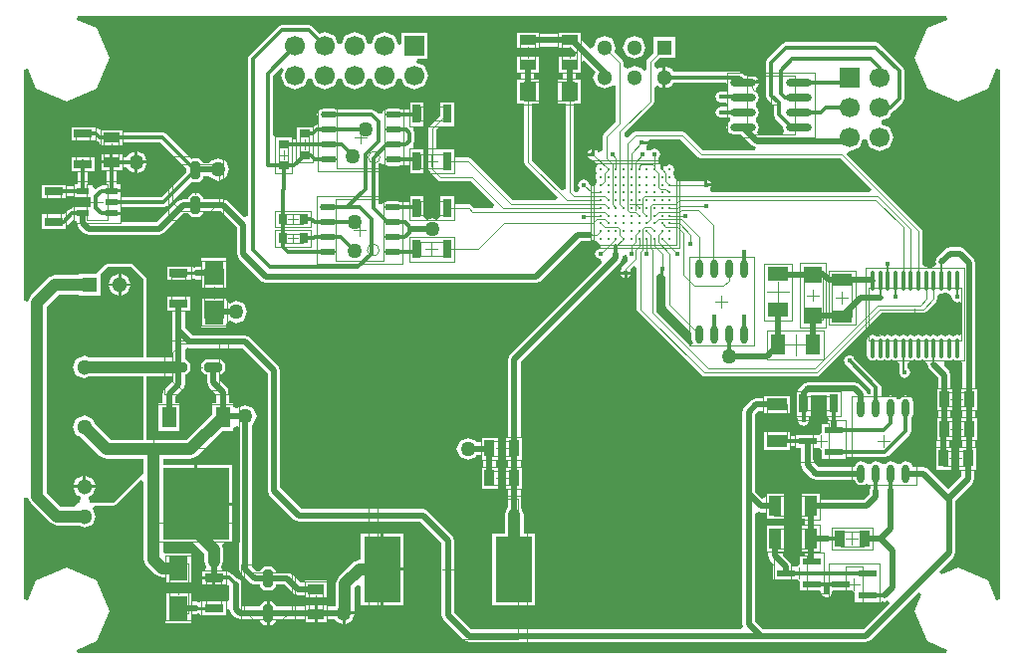
<source format=gtl>
G04 Layer_Physical_Order=1*
G04 Layer_Color=255*
%FSLAX42Y42*%
%MOMM*%
G71*
G01*
G75*
%ADD10R,1.10X0.60*%
%ADD11O,0.60X1.55*%
%ADD12R,1.75X1.00*%
%ADD13R,0.90X1.40*%
%ADD14R,1.00X1.75*%
%ADD15O,1.35X0.55*%
G04:AMPARAMS|DCode=16|XSize=0.8mm|YSize=1.5mm|CornerRadius=0mm|HoleSize=0mm|Usage=FLASHONLY|Rotation=90.000|XOffset=0mm|YOffset=0mm|HoleType=Round|Shape=Octagon|*
%AMOCTAGOND16*
4,1,8,-0.75,-0.20,-0.75,0.20,-0.55,0.40,0.55,0.40,0.75,0.20,0.75,-0.20,0.55,-0.40,-0.55,-0.40,-0.75,-0.20,0.0*
%
%ADD16OCTAGOND16*%

G04:AMPARAMS|DCode=17|XSize=0.8mm|YSize=1.5mm|CornerRadius=0mm|HoleSize=0mm|Usage=FLASHONLY|Rotation=180.000|XOffset=0mm|YOffset=0mm|HoleType=Round|Shape=Octagon|*
%AMOCTAGOND17*
4,1,8,0.20,-0.75,-0.20,-0.75,-0.40,-0.55,-0.40,0.55,-0.20,0.75,0.20,0.75,0.40,0.55,0.40,-0.55,0.20,-0.75,0.0*
%
%ADD17OCTAGOND17*%

%ADD18R,1.65X2.00*%
%ADD19O,0.40X1.70*%
%ADD20C,0.29*%
%ADD21R,3.10X5.60*%
%ADD22R,1.55X0.70*%
%ADD23R,0.70X1.55*%
%ADD24R,1.80X1.15*%
%ADD25R,1.15X1.80*%
%ADD26R,1.40X0.90*%
%ADD27R,0.90X0.80*%
%ADD28R,0.80X0.90*%
%ADD29R,1.55X0.60*%
%ADD30R,5.55X6.10*%
%ADD31R,1.30X1.80*%
%ADD32O,2.20X0.60*%
%ADD33R,1.65X1.45*%
%ADD34R,1.45X1.65*%
%ADD35C,0.30*%
%ADD36C,0.10*%
%ADD37C,0.50*%
%ADD38C,0.15*%
%ADD39C,1.00*%
%ADD40C,0.20*%
%ADD41C,0.25*%
%ADD42C,0.05*%
%ADD43R,1.30X1.30*%
%ADD44C,1.30*%
%ADD45C,1.70*%
%ADD46R,1.70X1.70*%
%ADD47R,1.70X1.70*%
%ADD48C,0.40*%
%ADD49C,1.27*%
G36*
X5770Y4267D02*
X5793Y4257D01*
X6974D01*
X7238Y3993D01*
X7226Y3965D01*
X5875D01*
X5868Y3995D01*
X5878Y4017D01*
X5834D01*
Y4030D01*
X5821D01*
Y4074D01*
X5799Y4065D01*
X5798Y4063D01*
X5587D01*
X5567Y4093D01*
X5568Y4095D01*
X5566Y4101D01*
X5556Y4128D01*
X5566Y4154D01*
X5568Y4160D01*
X5556Y4191D01*
X5525Y4203D01*
X5494Y4191D01*
X5491Y4191D01*
X5473Y4198D01*
Y4160D01*
X5447D01*
Y4209D01*
X5428Y4222D01*
Y4254D01*
X5430Y4255D01*
X5444Y4290D01*
X5430Y4325D01*
X5395Y4339D01*
X5360Y4325D01*
X5332Y4325D01*
X5331Y4325D01*
X5325Y4355D01*
X5334Y4377D01*
X5290D01*
Y4403D01*
X5343D01*
X5354Y4420D01*
X5617D01*
X5770Y4267D01*
D02*
G37*
G36*
X1446Y2643D02*
X1895D01*
X2107Y2431D01*
Y1430D01*
X2123Y1391D01*
X2334Y1180D01*
X2373Y1164D01*
X3406D01*
X3585Y985D01*
Y374D01*
X3601Y335D01*
X3780Y156D01*
X3819Y140D01*
X7195D01*
X7234Y156D01*
X7643Y565D01*
X7668Y549D01*
X7609Y408D01*
X7716Y149D01*
X7887Y78D01*
X7881Y49D01*
X494D01*
X488Y78D01*
X659Y149D01*
X766Y408D01*
X659Y666D01*
X400Y773D01*
X141Y666D01*
X71Y496D01*
X41Y502D01*
Y1368D01*
X71Y1374D01*
X92Y1324D01*
X262Y1154D01*
X320Y1130D01*
X511D01*
X550Y1113D01*
X619Y1142D01*
X648Y1211D01*
X622Y1274D01*
X635Y1304D01*
X800D01*
X800Y1304D01*
X819Y1312D01*
X819Y1312D01*
X1028Y1521D01*
X1056Y1509D01*
Y845D01*
X1080Y787D01*
X1154Y714D01*
X1211Y690D01*
X1242D01*
Y646D01*
X1458D01*
Y897D01*
X1242D01*
X1219Y914D01*
Y986D01*
X1480D01*
X1568Y897D01*
Y831D01*
X1589Y782D01*
X1575Y752D01*
X1547D01*
Y704D01*
X1650D01*
Y691D01*
X1663D01*
Y631D01*
X1753D01*
Y631D01*
X1781Y627D01*
X1782Y626D01*
Y495D01*
X1753Y492D01*
X1752Y492D01*
X1547D01*
Y492D01*
X1517Y479D01*
X1500Y486D01*
X1458D01*
Y557D01*
X1242D01*
Y306D01*
X1458D01*
Y377D01*
X1500D01*
X1517Y384D01*
X1547Y371D01*
Y371D01*
X1753D01*
Y420D01*
X1782Y422D01*
X1798Y384D01*
X1831Y350D01*
X1870Y334D01*
X2047D01*
Y321D01*
X2080Y288D01*
X2100D01*
Y389D01*
Y489D01*
X2080D01*
X2047Y456D01*
Y443D01*
X1893D01*
X1891Y445D01*
Y634D01*
X1875Y672D01*
X1849Y683D01*
X1810Y722D01*
X1779Y735D01*
X1753Y748D01*
Y752D01*
X1725D01*
X1711Y782D01*
X1732Y831D01*
Y931D01*
X1719Y961D01*
X1736Y986D01*
X1803D01*
Y1304D01*
X1500D01*
Y1316D01*
X1487D01*
Y1647D01*
X1219D01*
Y1700D01*
X1454D01*
X1512Y1724D01*
X1729Y1941D01*
X1819D01*
Y1966D01*
X1849Y1982D01*
X1863Y1972D01*
Y764D01*
X1879Y725D01*
X1959Y645D01*
X1998Y629D01*
X2047D01*
Y616D01*
X2080Y583D01*
X2145D01*
X2178Y616D01*
Y629D01*
X2251D01*
X2326Y554D01*
X2365Y538D01*
X2423D01*
Y522D01*
X2614D01*
Y663D01*
X2423D01*
Y647D01*
X2388D01*
X2312Y722D01*
X2274Y738D01*
X2178D01*
Y751D01*
X2145Y784D01*
X2080D01*
X2047Y751D01*
Y746D01*
X2017Y741D01*
X1972Y786D01*
Y1990D01*
X1986Y1996D01*
X2014Y2064D01*
X1986Y2132D01*
X1917Y2160D01*
X1849Y2132D01*
X1849Y2132D01*
X1819Y2138D01*
Y2172D01*
X1784D01*
Y2269D01*
X1768Y2307D01*
X1702Y2373D01*
Y2416D01*
X1715D01*
X1748Y2449D01*
Y2514D01*
X1715Y2547D01*
X1580D01*
X1547Y2514D01*
Y2449D01*
X1580Y2416D01*
X1593D01*
Y2350D01*
X1609Y2311D01*
X1674Y2246D01*
Y2172D01*
X1639D01*
Y2081D01*
X1420Y1863D01*
X1077D01*
Y2400D01*
X1298D01*
Y2356D01*
X1232Y2291D01*
X1216Y2252D01*
Y2172D01*
X1181D01*
Y1941D01*
X1361D01*
Y2172D01*
X1326D01*
Y2230D01*
X1391Y2295D01*
X1407Y2334D01*
Y2416D01*
X1420D01*
X1453Y2449D01*
Y2514D01*
X1420Y2547D01*
X1405D01*
Y2628D01*
X1435Y2648D01*
X1446Y2643D01*
D02*
G37*
G36*
X1050Y3231D02*
Y2563D01*
X589D01*
X550Y2579D01*
X481Y2550D01*
X452Y2481D01*
X481Y2412D01*
X550Y2383D01*
X589Y2400D01*
X1050D01*
Y1863D01*
X776D01*
X635Y2003D01*
X619Y2042D01*
X550Y2071D01*
X481Y2042D01*
X452Y1973D01*
X481Y1904D01*
X520Y1888D01*
X684Y1724D01*
X742Y1700D01*
X1050D01*
Y1581D01*
X800Y1331D01*
X593D01*
X583Y1381D01*
X619Y1396D01*
X643Y1453D01*
X550D01*
X457D01*
X481Y1396D01*
X517Y1381D01*
X507Y1331D01*
X500D01*
X462Y1293D01*
X354D01*
X232Y1415D01*
Y2997D01*
X334Y3100D01*
X506D01*
Y3091D01*
X686D01*
Y3272D01*
X746Y3331D01*
X950D01*
X1050Y3231D01*
D02*
G37*
G36*
X5473Y3265D02*
X5492Y3252D01*
Y3009D01*
X5502Y2986D01*
X5713Y2775D01*
Y2714D01*
X5726Y2683D01*
X5701Y2666D01*
X5412Y2955D01*
Y3255D01*
X5442Y3273D01*
X5447Y3271D01*
Y3315D01*
X5473D01*
Y3265D01*
D02*
G37*
G36*
X4893Y4991D02*
X4875Y4946D01*
X4903Y4877D01*
X4972Y4848D01*
X5042Y4877D01*
X5070Y4871D01*
Y4566D01*
X4965Y4462D01*
X4956Y4439D01*
Y4328D01*
X4926Y4308D01*
X4914Y4313D01*
X4910Y4325D01*
X4888Y4334D01*
Y4290D01*
X4875D01*
Y4277D01*
X4831D01*
X4840Y4255D01*
X4875Y4241D01*
X4877Y4242D01*
X4913Y4206D01*
X4909Y4191D01*
X4897Y4160D01*
X4899Y4154D01*
X4909Y4128D01*
X4899Y4101D01*
X4897Y4095D01*
X4909Y4064D01*
X4909Y4061D01*
X4897Y4030D01*
X4870Y4018D01*
X4843Y4030D01*
X4828Y4065D01*
X4794Y4079D01*
X4759Y4065D01*
X4745Y4030D01*
X4758Y3999D01*
X4745Y3970D01*
X4730Y3968D01*
X4707Y3990D01*
Y4720D01*
X4773D01*
Y4935D01*
X4729D01*
Y4983D01*
X4769D01*
Y5076D01*
X4797Y5087D01*
X4893Y4991D01*
D02*
G37*
G36*
X7887Y5437D02*
X7716Y5366D01*
X7609Y5108D01*
X7716Y4849D01*
X7975Y4742D01*
X8234Y4849D01*
X8304Y5019D01*
X8334Y5013D01*
Y502D01*
X8304Y496D01*
X8234Y666D01*
X7975Y773D01*
X7834Y715D01*
X7817Y740D01*
X7939Y861D01*
X7955Y900D01*
Y1345D01*
X8099Y1489D01*
X8115Y1527D01*
Y1611D01*
X8130D01*
Y1802D01*
X8125D01*
Y1862D01*
X8140D01*
Y2053D01*
X8125D01*
Y2112D01*
X8140D01*
Y2303D01*
X8125D01*
Y3370D01*
X8109Y3409D01*
X8031Y3486D01*
X7992Y3502D01*
X7907D01*
X7869Y3486D01*
X7798Y3415D01*
X7782Y3376D01*
X7789Y3358D01*
X7774Y3336D01*
X7768Y3331D01*
X7739Y3319D01*
X7706Y3333D01*
X7699Y3330D01*
X7674Y3347D01*
Y3636D01*
X7665Y3660D01*
X7031Y4293D01*
X7048Y4318D01*
X7053Y4317D01*
X7137Y4352D01*
X7164Y4416D01*
X7196D01*
X7222Y4354D01*
X7307Y4319D01*
X7391Y4354D01*
X7426Y4438D01*
X7391Y4522D01*
X7328Y4549D01*
Y4581D01*
X7391Y4608D01*
X7408Y4649D01*
X7437Y4661D01*
X7506Y4730D01*
X7506Y4730D01*
X7519Y4761D01*
X7519Y4761D01*
Y5005D01*
X7506Y5036D01*
X7506Y5036D01*
X7311Y5231D01*
X7280Y5244D01*
X7280Y5244D01*
X6516D01*
X6516Y5244D01*
X6485Y5231D01*
X6485Y5231D01*
X6355Y5101D01*
X6343Y5070D01*
X6343Y5070D01*
Y4794D01*
X6343Y4794D01*
X6355Y4763D01*
X6409Y4709D01*
Y4630D01*
X6409Y4630D01*
X6422Y4599D01*
X6490Y4531D01*
X6486Y4522D01*
X6500Y4488D01*
X6486Y4458D01*
X6289D01*
X6269Y4480D01*
X6286Y4522D01*
X6269Y4564D01*
X6257Y4569D01*
Y4602D01*
X6269Y4607D01*
X6286Y4649D01*
X6269Y4691D01*
X6257Y4696D01*
Y4729D01*
X6269Y4734D01*
X6286Y4776D01*
X6269Y4818D01*
X6257Y4823D01*
Y4856D01*
X6269Y4861D01*
X6281Y4890D01*
X6146D01*
Y4916D01*
X6281D01*
X6269Y4945D01*
X6226Y4963D01*
X6165D01*
X6151Y4977D01*
X6120Y4990D01*
X6120Y4990D01*
X5560D01*
X5550Y5015D01*
X5493Y5039D01*
Y4946D01*
Y4853D01*
X5550Y4877D01*
X5560Y4902D01*
X6007D01*
X6024Y4861D01*
X6017Y4831D01*
X6006Y4821D01*
X5977D01*
X5964Y4827D01*
X5929Y4812D01*
X5915Y4778D01*
X5929Y4743D01*
X5964Y4728D01*
X5977Y4734D01*
X6007D01*
X6019Y4704D01*
X6019Y4703D01*
X6007Y4693D01*
X5977D01*
X5964Y4698D01*
X5929Y4684D01*
X5915Y4649D01*
X5929Y4614D01*
X5964Y4600D01*
X5977Y4605D01*
X6027D01*
X6036Y4602D01*
Y4569D01*
X6024Y4564D01*
X6006Y4522D01*
X6024Y4480D01*
X6066Y4462D01*
X6129D01*
X6226Y4365D01*
X6256Y4353D01*
X6250Y4323D01*
X5807D01*
X5654Y4476D01*
X5631Y4485D01*
X5233D01*
X5209Y4476D01*
X5169Y4436D01*
X5141Y4447D01*
X5139Y4472D01*
X5386Y4719D01*
X5395Y4742D01*
Y4854D01*
X5425Y4871D01*
X5468Y4853D01*
Y4946D01*
Y5039D01*
X5425Y5021D01*
X5395Y5038D01*
Y5068D01*
X5437Y5110D01*
X5571D01*
Y5290D01*
X5390D01*
Y5156D01*
X5339Y5105D01*
X5330Y5082D01*
Y5012D01*
X5300Y5006D01*
X5296Y5015D01*
X5226Y5044D01*
X5165Y5019D01*
X5135Y5032D01*
Y5070D01*
X5126Y5093D01*
X5055Y5164D01*
X5070Y5200D01*
X5042Y5269D01*
X4972Y5298D01*
X4903Y5269D01*
X4876Y5204D01*
X4847Y5191D01*
X4769Y5269D01*
Y5334D01*
X4579D01*
Y5318D01*
X4412D01*
Y5334D01*
X4221D01*
Y5193D01*
X4412D01*
Y5209D01*
X4579D01*
Y5193D01*
X4691D01*
X4732Y5152D01*
X4721Y5124D01*
X4579D01*
Y4983D01*
X4619D01*
Y4935D01*
X4577D01*
Y4720D01*
X4641D01*
Y3995D01*
X4611Y3983D01*
X4353Y4241D01*
Y4720D01*
X4418D01*
Y4935D01*
X4374D01*
Y4983D01*
X4412D01*
Y5124D01*
X4221D01*
Y4983D01*
X4264D01*
Y4935D01*
X4222D01*
Y4720D01*
X4287D01*
Y4227D01*
X4297Y4204D01*
X4573Y3928D01*
X4561Y3900D01*
X4194D01*
X3836Y4258D01*
X3812Y4268D01*
X3693D01*
Y4338D01*
X3572D01*
Y4338D01*
X3543Y4340D01*
Y4499D01*
X3576Y4532D01*
X3693D01*
Y4738D01*
X3572D01*
Y4621D01*
X3487Y4536D01*
X3477Y4512D01*
Y4160D01*
X3487Y4137D01*
X3552Y4072D01*
X3575Y4062D01*
X3838D01*
X4037Y3863D01*
X4025Y3835D01*
X3865D01*
X3842Y3858D01*
X3819Y3868D01*
X3693D01*
Y3938D01*
X3572D01*
Y3756D01*
X3542Y3736D01*
X3504Y3752D01*
X3463Y3735D01*
X3433Y3755D01*
Y3938D01*
X3312D01*
Y3881D01*
X3238D01*
X3206Y3895D01*
X3126D01*
X3085Y3878D01*
X3080Y3866D01*
X3080Y3865D01*
X3050Y3871D01*
Y4213D01*
X3056Y4216D01*
X3093Y4205D01*
X3134Y4188D01*
X3214D01*
X3246Y4201D01*
X3312D01*
Y4132D01*
X3433D01*
Y4338D01*
X3353D01*
X3350Y4345D01*
X3346Y4373D01*
X3359Y4404D01*
X3359Y4404D01*
Y4469D01*
X3359Y4469D01*
X3346Y4500D01*
X3354Y4527D01*
X3356Y4532D01*
X3433D01*
Y4738D01*
X3312D01*
Y4670D01*
X3246D01*
X3214Y4683D01*
X3134D01*
X3093Y4666D01*
X3083Y4642D01*
X3049Y4634D01*
X3026Y4657D01*
X2995Y4670D01*
X2995Y4670D01*
X2696D01*
X2664Y4683D01*
X2584D01*
X2543Y4666D01*
X2526Y4626D01*
X2543Y4586D01*
X2543Y4553D01*
X2531Y4543D01*
X2529D01*
X2529Y4543D01*
X2518Y4538D01*
X2492Y4530D01*
X2492Y4530D01*
Y4530D01*
X2492Y4530D01*
X2351D01*
Y4419D01*
X2313D01*
Y4440D01*
X2172D01*
X2154Y4463D01*
Y4960D01*
X2218Y5025D01*
X2244Y5008D01*
X2222Y4956D01*
X2257Y4872D01*
X2342Y4837D01*
X2426Y4872D01*
X2453Y4935D01*
X2485D01*
X2511Y4872D01*
X2596Y4837D01*
X2680Y4872D01*
X2707Y4935D01*
X2739D01*
X2765Y4872D01*
X2850Y4837D01*
X2934Y4872D01*
X2961Y4935D01*
X2993D01*
X3019Y4872D01*
X3104Y4837D01*
X3188Y4872D01*
X3213Y4932D01*
X3246D01*
X3270Y4873D01*
X3355Y4838D01*
X3439Y4873D01*
X3474Y4957D01*
X3439Y5042D01*
X3371Y5070D01*
X3377Y5100D01*
X3468D01*
Y5321D01*
X3247D01*
Y5230D01*
X3217Y5224D01*
X3188Y5295D01*
X3104Y5330D01*
X3019Y5295D01*
X2993Y5231D01*
X2961D01*
X2934Y5295D01*
X2850Y5330D01*
X2765Y5295D01*
X2739Y5231D01*
X2707D01*
X2680Y5295D01*
X2596Y5330D01*
X2555Y5313D01*
X2491Y5377D01*
X2460Y5390D01*
X2460Y5390D01*
X2226D01*
X2195Y5377D01*
X2195Y5377D01*
X1952Y5133D01*
X1939Y5103D01*
X1939Y5102D01*
Y3768D01*
X1911Y3756D01*
X1770Y3897D01*
X1731Y3913D01*
X1562D01*
Y3926D01*
X1529Y3959D01*
X1464D01*
X1431Y3926D01*
Y3913D01*
X1389D01*
X1350Y3897D01*
X1164Y3711D01*
X876D01*
X858Y3733D01*
Y3776D01*
X778D01*
Y3801D01*
X858D01*
Y3840D01*
X1226D01*
X1226Y3840D01*
X1257Y3853D01*
X1461Y4056D01*
X1464Y4053D01*
X1529D01*
X1562Y4086D01*
Y4107D01*
X1611D01*
X1617Y4093D01*
X1685Y4065D01*
X1753Y4093D01*
X1781Y4161D01*
X1753Y4229D01*
X1685Y4257D01*
X1617Y4229D01*
X1611Y4216D01*
X1562D01*
Y4221D01*
X1529Y4254D01*
X1464D01*
X1461Y4251D01*
X1246Y4466D01*
X1215Y4479D01*
X1215Y4479D01*
X875D01*
Y4505D01*
X685D01*
X685Y4505D01*
Y4505D01*
X656Y4510D01*
X650Y4512D01*
X640Y4529D01*
X435D01*
Y4408D01*
X640D01*
X640Y4408D01*
X666Y4398D01*
X684Y4391D01*
X685Y4365D01*
X875D01*
Y4391D01*
X1197D01*
X1415Y4173D01*
Y4134D01*
X1208Y3927D01*
X858D01*
Y3966D01*
X778D01*
Y3991D01*
X858D01*
Y4034D01*
X824D01*
Y4155D01*
X875D01*
Y4181D01*
X913D01*
X923Y4157D01*
X979Y4134D01*
Y4225D01*
Y4316D01*
X923Y4293D01*
X913Y4269D01*
X875D01*
Y4295D01*
X793D01*
Y4225D01*
X780D01*
Y4212D01*
X685D01*
Y4155D01*
X736D01*
Y4034D01*
X697D01*
Y4022D01*
X696D01*
X665Y4010D01*
X645Y3998D01*
X618Y4011D01*
Y4034D01*
X581D01*
Y4148D01*
X640D01*
Y4269D01*
X546D01*
X538Y4272D01*
X529Y4269D01*
X435D01*
Y4148D01*
X494D01*
Y4034D01*
X457D01*
Y4022D01*
X390D01*
Y4039D01*
X185D01*
Y3918D01*
X390D01*
Y3935D01*
X457D01*
Y3923D01*
X606D01*
Y3844D01*
X457D01*
Y3844D01*
X434Y3827D01*
X417Y3820D01*
X417Y3820D01*
X376Y3779D01*
X185D01*
Y3658D01*
X390D01*
Y3680D01*
X408Y3688D01*
X453Y3732D01*
X483Y3726D01*
Y3704D01*
X499Y3665D01*
X546Y3618D01*
X585Y3602D01*
X1186D01*
X1225Y3618D01*
X1401Y3794D01*
X1431Y3791D01*
X1464Y3758D01*
X1529D01*
X1562Y3791D01*
Y3804D01*
X1709D01*
X1847Y3666D01*
Y3445D01*
X1863Y3406D01*
X2058Y3211D01*
X2096Y3195D01*
X4388D01*
X4426Y3211D01*
X4768Y3553D01*
X4842D01*
X4869Y3564D01*
X4905Y3554D01*
X4909Y3544D01*
X4922Y3539D01*
X4936Y3504D01*
X4929Y3489D01*
X4905Y3480D01*
X4891Y3445D01*
X4905Y3410D01*
X4936Y3398D01*
X4948Y3368D01*
X4165Y2585D01*
X4149Y2546D01*
Y1885D01*
X4133D01*
Y1695D01*
X4149D01*
Y1635D01*
X4133D01*
Y1445D01*
X4149D01*
Y1289D01*
X4146Y1288D01*
X4122Y1230D01*
Y1069D01*
X4019D01*
Y458D01*
X4379D01*
Y1069D01*
X4285D01*
Y1230D01*
X4261Y1288D01*
X4258Y1289D01*
Y1445D01*
X4274D01*
Y1635D01*
X4258D01*
Y1695D01*
X4274D01*
Y1885D01*
X4258D01*
Y2524D01*
X5109Y3374D01*
X5125Y3412D01*
Y3430D01*
X5155Y3436D01*
X5165Y3410D01*
X5171Y3383D01*
X5128Y3340D01*
X5119Y3318D01*
X5117Y3317D01*
X5107Y3295D01*
X5195D01*
X5190Y3308D01*
X5221Y3339D01*
X5248Y3328D01*
Y2974D01*
X5258Y2950D01*
X5794Y2414D01*
X5817Y2405D01*
X6776D01*
X6800Y2414D01*
X7326Y2941D01*
X7686D01*
X7710Y2950D01*
X7795Y3035D01*
X7804Y3059D01*
Y3091D01*
X7829Y3108D01*
X7836Y3105D01*
X7869Y3118D01*
X7901Y3105D01*
X7918Y3079D01*
X7917Y3077D01*
X7932Y3043D01*
X7966Y3028D01*
X7985Y3036D01*
X8015Y3018D01*
Y2768D01*
X7985Y2750D01*
X7966Y2758D01*
X7934Y2744D01*
X7901Y2758D01*
X7869Y2744D01*
X7836Y2758D01*
X7804Y2744D01*
X7771Y2758D01*
X7739Y2744D01*
X7706Y2758D01*
X7674Y2744D01*
X7641Y2758D01*
X7609Y2744D01*
X7576Y2758D01*
X7544Y2744D01*
X7511Y2758D01*
X7479Y2744D01*
X7446Y2758D01*
X7414Y2744D01*
X7381Y2758D01*
X7349Y2744D01*
X7316Y2758D01*
X7284Y2744D01*
X7251Y2758D01*
X7217Y2743D01*
X7202Y2709D01*
Y2579D01*
X7217Y2544D01*
X7251Y2530D01*
X7284Y2543D01*
X7316Y2530D01*
X7349Y2543D01*
X7381Y2530D01*
X7414Y2543D01*
X7446Y2530D01*
X7451Y2531D01*
X7476Y2515D01*
Y2450D01*
X7478Y2445D01*
X7475Y2438D01*
X7489Y2403D01*
X7524Y2388D01*
X7558Y2403D01*
X7573Y2438D01*
X7558Y2472D01*
X7547Y2477D01*
Y2515D01*
X7572Y2531D01*
X7576Y2530D01*
X7609Y2543D01*
X7641Y2530D01*
X7674Y2543D01*
X7697Y2533D01*
X7717Y2502D01*
X7733Y2464D01*
X7805Y2391D01*
Y2303D01*
X7790D01*
Y2112D01*
X7805D01*
Y2053D01*
X7790D01*
Y1862D01*
X7795D01*
Y1802D01*
X7780D01*
Y1611D01*
X7920D01*
Y1802D01*
X7905D01*
Y1862D01*
X7930D01*
Y2053D01*
X7915D01*
Y2112D01*
X7930D01*
Y2303D01*
X7915D01*
Y2414D01*
X7899Y2452D01*
X7858Y2493D01*
X7863Y2526D01*
X7884Y2537D01*
X7901Y2530D01*
X7934Y2543D01*
X7966Y2530D01*
X7985Y2538D01*
X8015Y2519D01*
Y2303D01*
X8000D01*
Y2112D01*
X8015D01*
Y2053D01*
X8000D01*
Y1862D01*
X8015D01*
Y1802D01*
X7990D01*
Y1611D01*
X8005D01*
Y1550D01*
X7897Y1442D01*
X7725Y1615D01*
X7686Y1631D01*
X7591D01*
X7577Y1666D01*
X7534Y1684D01*
X7492Y1666D01*
X7487Y1654D01*
X7455D01*
X7450Y1666D01*
X7407Y1684D01*
X7365Y1666D01*
X7360Y1654D01*
X7328D01*
X7323Y1666D01*
X7280Y1684D01*
X7238Y1666D01*
X7233Y1654D01*
X7201D01*
X7196Y1666D01*
X7153Y1684D01*
X7111Y1666D01*
X7096Y1631D01*
X6789D01*
X6751Y1669D01*
Y1796D01*
X6788D01*
X6799Y1796D01*
X6818Y1774D01*
Y1701D01*
X7024D01*
Y1713D01*
X7356D01*
X7356Y1713D01*
X7387Y1725D01*
X7565Y1903D01*
X7565Y1903D01*
X7578Y1934D01*
X7578Y1934D01*
Y2045D01*
X7594Y2084D01*
Y2179D01*
X7577Y2221D01*
X7534Y2239D01*
X7492Y2221D01*
X7487Y2209D01*
X7455D01*
X7450Y2221D01*
X7407Y2239D01*
X7365Y2221D01*
X7335Y2227D01*
X7324Y2238D01*
Y2307D01*
X7324Y2307D01*
X7311Y2338D01*
X7311Y2338D01*
X7093Y2557D01*
X7087Y2570D01*
X7053Y2584D01*
X7018Y2570D01*
X7003Y2535D01*
X7018Y2500D01*
X7031Y2495D01*
X7237Y2289D01*
Y2250D01*
X7208Y2247D01*
X7192Y2285D01*
X7139Y2339D01*
X7100Y2355D01*
X6700D01*
X6661Y2339D01*
X6624Y2301D01*
X6613Y2274D01*
X6601D01*
Y2068D01*
X6606D01*
X6617Y2038D01*
X6613Y2029D01*
X6628Y1994D01*
X6662Y1980D01*
X6697Y1994D01*
X6711Y2029D01*
X6707Y2038D01*
X6719Y2068D01*
X6722D01*
Y2244D01*
X6723Y2245D01*
X6861D01*
Y2068D01*
X6861D01*
X6874Y2038D01*
X6867Y2021D01*
Y2002D01*
X6818D01*
Y1929D01*
X6799Y1907D01*
X6788Y1907D01*
X6593D01*
Y1895D01*
X6547D01*
Y1929D01*
X6321D01*
Y1778D01*
X6547D01*
Y1808D01*
X6593D01*
Y1796D01*
X6642D01*
Y1646D01*
X6658Y1608D01*
X6728Y1538D01*
X6766Y1522D01*
X7096D01*
X7111Y1486D01*
X7153Y1469D01*
X7196Y1486D01*
X7226Y1481D01*
X7237Y1470D01*
Y1456D01*
X7226Y1430D01*
Y1403D01*
X7179Y1356D01*
X6803D01*
Y1414D01*
X6652D01*
Y1188D01*
X6673D01*
Y1138D01*
X6652D01*
Y912D01*
X6673D01*
Y880D01*
X6632D01*
Y807D01*
X6613Y785D01*
X6563D01*
X6549Y821D01*
X6488Y882D01*
X6493Y912D01*
X6493D01*
Y1138D01*
X6342D01*
Y912D01*
X6363D01*
Y875D01*
X6379Y836D01*
X6414Y802D01*
X6407Y785D01*
X6407D01*
Y675D01*
X6613D01*
X6632Y653D01*
Y580D01*
X6801D01*
X6808Y569D01*
X6823Y534D01*
X6857Y520D01*
X6892Y534D01*
X6907Y569D01*
X6914Y580D01*
X7072D01*
X7083Y580D01*
X7102Y558D01*
Y485D01*
X7308D01*
Y485D01*
X7338Y491D01*
X7353Y485D01*
X7375Y495D01*
X7392Y469D01*
X7172Y250D01*
X6323D01*
X6255Y318D01*
Y1233D01*
X6285Y1253D01*
X6299Y1247D01*
X6342D01*
Y1188D01*
X6493D01*
Y1414D01*
X6342D01*
Y1377D01*
X6312Y1365D01*
X6255Y1423D01*
Y2077D01*
X6286Y2109D01*
X6321D01*
Y2088D01*
X6547D01*
Y2239D01*
X6321D01*
Y2218D01*
X6264D01*
X6225Y2202D01*
X6161Y2139D01*
X6145Y2100D01*
Y1400D01*
Y295D01*
X6152Y280D01*
X6132Y250D01*
X3841D01*
X3695Y396D01*
Y1007D01*
X3679Y1046D01*
X3467Y1257D01*
X3429Y1273D01*
X2395D01*
X2216Y1453D01*
Y2454D01*
X2200Y2492D01*
X1956Y2736D01*
X1917Y2752D01*
X1469D01*
X1405Y2816D01*
Y2961D01*
X1453D01*
Y3082D01*
X1247D01*
Y2961D01*
X1295D01*
Y2798D01*
X1294Y2795D01*
X1295Y2792D01*
Y2563D01*
X1077D01*
Y3231D01*
X1069Y3251D01*
X1069Y3251D01*
X969Y3351D01*
X950Y3359D01*
X950Y3359D01*
X746D01*
X746Y3359D01*
X727Y3351D01*
X727Y3351D01*
X667Y3291D01*
X659Y3272D01*
X506D01*
Y3263D01*
X300D01*
X242Y3239D01*
X92Y3089D01*
X71Y3038D01*
X41Y3044D01*
Y5013D01*
X71Y5019D01*
X141Y4849D01*
X400Y4742D01*
X659Y4849D01*
X766Y5108D01*
X659Y5366D01*
X488Y5437D01*
X494Y5466D01*
X7881D01*
X7887Y5437D01*
D02*
G37*
%LPC*%
G36*
X5846Y4074D02*
Y4043D01*
X5878D01*
X5868Y4065D01*
X5846Y4074D01*
D02*
G37*
G36*
X2846Y376D02*
X2768D01*
Y298D01*
X2823Y321D01*
X2846Y376D01*
D02*
G37*
G36*
X1803Y1647D02*
X1513D01*
Y1329D01*
X1803D01*
Y1647D01*
D02*
G37*
G36*
X1637Y679D02*
X1547D01*
Y631D01*
X1637D01*
Y679D01*
D02*
G37*
G36*
X2145Y489D02*
X2125D01*
Y389D01*
Y288D01*
X2145D01*
X2178Y321D01*
Y334D01*
X2423D01*
Y312D01*
X2506D01*
Y383D01*
Y453D01*
X2423D01*
Y443D01*
X2178D01*
Y456D01*
X2145Y489D01*
D02*
G37*
G36*
X3261Y751D02*
X3094D01*
Y458D01*
X3261D01*
Y751D01*
D02*
G37*
G36*
X3068Y1069D02*
X2901D01*
Y845D01*
X2892D01*
X2835Y821D01*
X2709Y695D01*
X2685Y638D01*
Y451D01*
X2681Y443D01*
X2614D01*
Y453D01*
X2531D01*
Y383D01*
Y312D01*
X2614D01*
Y334D01*
X2681D01*
X2687Y321D01*
X2742Y298D01*
Y389D01*
X2755D01*
Y401D01*
X2848D01*
Y604D01*
X2873Y629D01*
X2901Y617D01*
Y458D01*
X3068D01*
Y764D01*
Y1069D01*
D02*
G37*
G36*
X3261D02*
X3094D01*
Y776D01*
X3261D01*
Y1069D01*
D02*
G37*
G36*
X563Y1558D02*
Y1478D01*
X643D01*
X619Y1534D01*
X563Y1558D01*
D02*
G37*
G36*
X537Y1558D02*
X481Y1534D01*
X457Y1478D01*
X537D01*
Y1558D01*
D02*
G37*
G36*
X837Y3169D02*
X757D01*
X781Y3112D01*
X837Y3089D01*
Y3169D01*
D02*
G37*
G36*
X863Y3274D02*
Y3194D01*
X943D01*
X919Y3250D01*
X863Y3274D01*
D02*
G37*
G36*
X837D02*
X781Y3250D01*
X757Y3194D01*
X837D01*
Y3274D01*
D02*
G37*
G36*
X943Y3169D02*
X863D01*
Y3089D01*
X919Y3112D01*
X943Y3169D01*
D02*
G37*
G36*
X4862Y4334D02*
X4840Y4325D01*
X4831Y4303D01*
X4862D01*
Y4334D01*
D02*
G37*
G36*
X4064Y1885D02*
X3923D01*
Y1841D01*
X3883D01*
X3877Y1854D01*
X3809Y1882D01*
X3741Y1854D01*
X3713Y1786D01*
X3741Y1718D01*
X3809Y1690D01*
X3877Y1718D01*
X3883Y1732D01*
X3923D01*
Y1695D01*
X3939D01*
Y1635D01*
X3923D01*
Y1445D01*
X4064D01*
Y1635D01*
X4048D01*
Y1695D01*
X4064D01*
Y1885D01*
D02*
G37*
G36*
X1758Y3067D02*
X1542D01*
Y2816D01*
X1758D01*
Y2854D01*
X1788Y2873D01*
X1839Y2853D01*
X1907Y2881D01*
X1935Y2949D01*
X1907Y3017D01*
X1839Y3045D01*
X1788Y3024D01*
X1758Y3043D01*
Y3067D01*
D02*
G37*
G36*
X767Y4295D02*
X685D01*
Y4238D01*
X767D01*
Y4295D01*
D02*
G37*
G36*
X1082Y4212D02*
X1004D01*
Y4134D01*
X1059Y4157D01*
X1082Y4212D01*
D02*
G37*
G36*
X5226Y5298D02*
X5157Y5269D01*
X5129Y5200D01*
X5157Y5131D01*
X5226Y5102D01*
X5296Y5131D01*
X5324Y5200D01*
X5296Y5269D01*
X5226Y5298D01*
D02*
G37*
G36*
X1004Y4316D02*
Y4238D01*
X1082D01*
X1059Y4293D01*
X1004Y4316D01*
D02*
G37*
G36*
X1758Y3407D02*
X1542D01*
Y3336D01*
X1500D01*
X1483Y3329D01*
X1453Y3342D01*
Y3342D01*
X1247D01*
Y3221D01*
X1453D01*
Y3221D01*
X1483Y3234D01*
X1500Y3227D01*
X1542D01*
Y3156D01*
X1758D01*
Y3407D01*
D02*
G37*
G36*
X5195Y3270D02*
X5164D01*
Y3239D01*
X5186Y3248D01*
X5195Y3270D01*
D02*
G37*
G36*
X5139D02*
X5107D01*
X5117Y3248D01*
X5139Y3239D01*
Y3270D01*
D02*
G37*
%LPD*%
D10*
X538Y3789D02*
D03*
Y3979D02*
D03*
X778D02*
D03*
Y3884D02*
D03*
Y3789D02*
D03*
D11*
X6154Y3316D02*
D03*
X6027D02*
D03*
X5900D02*
D03*
X5773D02*
D03*
X6154Y2761D02*
D03*
X6027D02*
D03*
X5900D02*
D03*
X5773D02*
D03*
X7534Y2131D02*
D03*
X7407D02*
D03*
X7280D02*
D03*
X7153D02*
D03*
X7534Y1576D02*
D03*
X7407D02*
D03*
X7280D02*
D03*
X7153D02*
D03*
D12*
X6434Y2164D02*
D03*
Y1854D02*
D03*
X6989Y3224D02*
D03*
Y2914D02*
D03*
D13*
X7860Y2207D02*
D03*
X8070D02*
D03*
X7860Y1957D02*
D03*
X8070D02*
D03*
X8060Y1706D02*
D03*
X7850D02*
D03*
X4204Y1540D02*
D03*
X3994D02*
D03*
X4204Y1790D02*
D03*
X3994D02*
D03*
X7181Y1021D02*
D03*
X6971D02*
D03*
D14*
X6418Y1301D02*
D03*
X6728D02*
D03*
Y1025D02*
D03*
X6418D02*
D03*
D15*
X3174Y4245D02*
D03*
Y4372D02*
D03*
Y4499D02*
D03*
Y4626D02*
D03*
X2624Y4245D02*
D03*
Y4372D02*
D03*
Y4499D02*
D03*
Y4626D02*
D03*
X3166Y3457D02*
D03*
Y3584D02*
D03*
Y3711D02*
D03*
Y3838D02*
D03*
X2616Y3457D02*
D03*
Y3584D02*
D03*
Y3711D02*
D03*
Y3838D02*
D03*
D16*
X1648Y2481D02*
D03*
X1352D02*
D03*
D17*
X2112Y684D02*
D03*
Y389D02*
D03*
X1496Y4154D02*
D03*
Y3859D02*
D03*
D18*
X1650Y2941D02*
D03*
Y3281D02*
D03*
X1350Y771D02*
D03*
Y431D02*
D03*
D19*
X7251Y2644D02*
D03*
X7316D02*
D03*
X7381D02*
D03*
X7446D02*
D03*
X7511D02*
D03*
X7576D02*
D03*
X7641D02*
D03*
X7706D02*
D03*
X7771D02*
D03*
X7836D02*
D03*
X7901D02*
D03*
X7966D02*
D03*
X7251Y3219D02*
D03*
X7316D02*
D03*
X7381D02*
D03*
X7446D02*
D03*
X7511D02*
D03*
X7576D02*
D03*
X7641D02*
D03*
X7706D02*
D03*
X7771D02*
D03*
X7836D02*
D03*
X7901D02*
D03*
X7966D02*
D03*
D20*
X4940Y4160D02*
D03*
X5005D02*
D03*
X5070D02*
D03*
X5135D02*
D03*
X5200D02*
D03*
X5265D02*
D03*
X5330D02*
D03*
X5395D02*
D03*
X5460D02*
D03*
X5525D02*
D03*
X4940Y4095D02*
D03*
X5005D02*
D03*
X5070D02*
D03*
X5135D02*
D03*
X5200D02*
D03*
X5265D02*
D03*
X5330D02*
D03*
X5395D02*
D03*
X5460D02*
D03*
X5525D02*
D03*
X4940Y4030D02*
D03*
X5005D02*
D03*
X5070D02*
D03*
X5135D02*
D03*
X5200D02*
D03*
X5265D02*
D03*
X5330D02*
D03*
X5395D02*
D03*
X5460D02*
D03*
X5525D02*
D03*
X4940Y3965D02*
D03*
X5005D02*
D03*
X5070D02*
D03*
X5135D02*
D03*
X5200D02*
D03*
X5265D02*
D03*
X5330D02*
D03*
X5395D02*
D03*
X5460D02*
D03*
X5525D02*
D03*
X4940Y3900D02*
D03*
X5005D02*
D03*
X5070D02*
D03*
X5135D02*
D03*
X5200D02*
D03*
X5265D02*
D03*
X5330D02*
D03*
X5395D02*
D03*
X5460D02*
D03*
X5525D02*
D03*
X4940Y3835D02*
D03*
X5005D02*
D03*
X5070D02*
D03*
X5135D02*
D03*
X5200D02*
D03*
X5265D02*
D03*
X5330D02*
D03*
X5395D02*
D03*
X5460D02*
D03*
X5525D02*
D03*
X4940Y3770D02*
D03*
X5005D02*
D03*
X5070D02*
D03*
X5135D02*
D03*
X5200D02*
D03*
X5265D02*
D03*
X5330D02*
D03*
X5395D02*
D03*
X5460D02*
D03*
X5525D02*
D03*
X4940Y3705D02*
D03*
X5005D02*
D03*
X5070D02*
D03*
X5135D02*
D03*
X5200D02*
D03*
X5265D02*
D03*
X5330D02*
D03*
X5395D02*
D03*
X5460D02*
D03*
X5525D02*
D03*
X4940Y3640D02*
D03*
X5005D02*
D03*
X5070D02*
D03*
X5135D02*
D03*
X5200D02*
D03*
X5265D02*
D03*
X5330D02*
D03*
X5395D02*
D03*
X5460D02*
D03*
X5525D02*
D03*
X4940Y3575D02*
D03*
X5005D02*
D03*
X5070D02*
D03*
X5135D02*
D03*
X5200D02*
D03*
X5265D02*
D03*
X5330D02*
D03*
X5395D02*
D03*
X5460D02*
D03*
X5525D02*
D03*
D21*
X3081Y764D02*
D03*
X4199D02*
D03*
D22*
X288Y3719D02*
D03*
Y3979D02*
D03*
X538Y4209D02*
D03*
Y4469D02*
D03*
X1350Y3021D02*
D03*
Y3281D02*
D03*
X1650Y431D02*
D03*
Y691D02*
D03*
D23*
X6921Y2171D02*
D03*
X6661D02*
D03*
X3633Y4635D02*
D03*
X3372D02*
D03*
X3633Y4235D02*
D03*
X3372D02*
D03*
X3633Y3835D02*
D03*
X3372D02*
D03*
X3633Y3485D02*
D03*
X3372D02*
D03*
D24*
X6445Y2971D02*
D03*
Y3271D02*
D03*
D25*
X6445Y2670D02*
D03*
X6745D02*
D03*
D26*
X2519Y383D02*
D03*
Y593D02*
D03*
X780Y4225D02*
D03*
Y4435D02*
D03*
X4317Y5054D02*
D03*
Y5264D02*
D03*
X4674Y5054D02*
D03*
Y5264D02*
D03*
D27*
X2421Y4285D02*
D03*
Y4465D02*
D03*
X2243Y4195D02*
D03*
Y4375D02*
D03*
D28*
X2234Y3739D02*
D03*
X2414D02*
D03*
X2234Y3576D02*
D03*
X2414D02*
D03*
D29*
X6510Y730D02*
D03*
X6735Y825D02*
D03*
Y635D02*
D03*
X6696Y1851D02*
D03*
X6921Y1946D02*
D03*
Y1756D02*
D03*
X6980Y635D02*
D03*
X7205Y730D02*
D03*
Y540D02*
D03*
D30*
X1500Y1316D02*
D03*
D31*
X1271Y2056D02*
D03*
X1729D02*
D03*
D32*
X6626Y4522D02*
D03*
Y4649D02*
D03*
Y4776D02*
D03*
Y4903D02*
D03*
X6146Y4522D02*
D03*
Y4649D02*
D03*
Y4776D02*
D03*
Y4903D02*
D03*
D33*
X6745Y3270D02*
D03*
Y2915D02*
D03*
D34*
X4675Y4827D02*
D03*
X4320D02*
D03*
D35*
X780Y4435D02*
X1215D01*
X1496Y4154D01*
X6120Y4946D02*
X6159Y4908D01*
X5481Y4946D02*
X6120D01*
X6154Y3316D02*
Y3458D01*
X6662Y2029D02*
Y2172D01*
X6156Y2760D02*
Y2909D01*
X7280Y2131D02*
Y2307D01*
X7053Y2535D02*
X7280Y2307D01*
X5964Y4778D02*
X6146D01*
X5964Y4649D02*
X6146D01*
X2626Y4501D02*
X2941D01*
X6857Y569D02*
Y635D01*
X6857Y635D01*
X5900Y2761D02*
Y2910D01*
X6031Y2576D02*
Y2758D01*
X3131Y3711D02*
X3166D01*
X3006Y3835D02*
X3131Y3711D01*
X3006Y3835D02*
Y4258D01*
X2990Y3445D02*
Y3738D01*
X2890Y3838D02*
X2990Y3738D01*
X2782Y3838D02*
X2890D01*
X2941Y3997D02*
Y4290D01*
X2782Y3838D02*
X2941Y3997D01*
X2616Y3838D02*
X2782D01*
X2876Y3331D02*
X2990Y3445D01*
X3006Y4258D02*
X3121Y4372D01*
X3174D01*
X3285Y4499D02*
X3315Y4469D01*
Y4404D02*
Y4469D01*
X3283Y4372D02*
X3315Y4404D01*
X3174Y4499D02*
X3285D01*
X3174Y4372D02*
X3283D01*
X3166Y3584D02*
X3275D01*
X3315Y3624D01*
Y3672D01*
X3277Y3711D02*
X3315Y3672D01*
X3166Y3711D02*
X3277D01*
X684Y4435D02*
X780D01*
X650Y4469D02*
X684Y4435D01*
X538Y4469D02*
X650D01*
X1226Y3884D02*
X1496Y4154D01*
X778Y3884D02*
X1226D01*
X5070Y3445D02*
Y3510D01*
X2460Y5346D02*
X2596Y5210D01*
X2226Y5346D02*
X2460D01*
X1983Y5103D02*
X2226Y5346D01*
X785Y4225D02*
X991D01*
X782Y4223D02*
X785Y4225D01*
X778Y3979D02*
X780Y3981D01*
Y4225D01*
X778Y3789D02*
X780Y3786D01*
X696Y3789D02*
X778D01*
X650Y3835D02*
X696Y3789D01*
X650Y3835D02*
Y3933D01*
X696Y3979D01*
X778D01*
X1779Y691D02*
X1836Y634D01*
X6857Y635D02*
X6980D01*
X6735D02*
X6857D01*
X2827Y4274D02*
Y4284D01*
X2740Y4372D02*
X2827Y4284D01*
X3055Y4404D02*
Y4566D01*
X2995Y4626D02*
X3055Y4566D01*
X2624Y4626D02*
X2995D01*
X2941Y4290D02*
X3055Y4404D01*
X2624Y4499D02*
X2626Y4501D01*
X2129Y3331D02*
X2876D01*
X1983Y3478D02*
X2129Y3331D01*
X1983Y3478D02*
Y5103D01*
X2244Y4196D02*
X2333D01*
X2244Y3995D02*
Y4196D01*
X2333D02*
X2421Y4285D01*
X2234Y3985D02*
X2244Y3995D01*
X2110Y4978D02*
X2342Y5210D01*
X2110Y4195D02*
Y4978D01*
Y4195D02*
X2243D01*
X6386Y4794D02*
Y5070D01*
Y4794D02*
X6452Y4728D01*
Y4630D02*
Y4728D01*
Y4630D02*
X6561Y4522D01*
X6735Y635D02*
X6735Y635D01*
X6434Y1854D02*
X6436Y1851D01*
X6696D01*
X6921Y1946D02*
X7346D01*
X6921Y2021D02*
Y2171D01*
X7407Y2007D02*
Y2131D01*
X7346Y1946D02*
X7407Y2007D01*
X6921Y1756D02*
X7356D01*
X7534Y1934D01*
Y2131D01*
X7407Y1435D02*
Y1576D01*
X7205Y540D02*
X7353D01*
X7205Y730D02*
X7205Y730D01*
X6510Y730D02*
X7205D01*
X7280Y1430D02*
Y1576D01*
X6871Y1021D02*
X6971D01*
X2616Y3711D02*
X2851D01*
X2616Y3584D02*
X2731D01*
X2844Y3471D01*
X2624Y4372D02*
X2740D01*
X2234Y3739D02*
Y3985D01*
X2421Y4285D02*
X2473D01*
X2513Y4245D01*
X2624D01*
X2281Y3457D02*
X2616D01*
X1650Y691D02*
X1779D01*
X2234Y3504D02*
Y3576D01*
Y3504D02*
X2281Y3457D01*
X2234Y3576D02*
Y3739D01*
X2414D02*
X2479D01*
X2507Y3711D01*
X2616D01*
X2510Y3584D02*
X2616D01*
X2502Y3576D02*
X2510Y3584D01*
X2414Y3576D02*
X2502D01*
X3166Y3838D02*
X3352D01*
X3361Y3457D02*
X3361Y3457D01*
X3166Y3457D02*
X3361D01*
X2421Y4465D02*
X2495D01*
X2529Y4499D01*
X2624D01*
X2243Y4375D02*
X2621D01*
X4204Y1790D02*
X4204Y1790D01*
X288Y3719D02*
X378D01*
X447Y3789D01*
X538D01*
X288Y3979D02*
X538D01*
Y4229D01*
X3352Y3838D02*
X3361Y3847D01*
X3379Y4626D02*
X3388Y4635D01*
X3174Y4626D02*
X3379D01*
X3174Y4245D02*
X3388D01*
X7015Y4903D02*
X7053Y4940D01*
X6626Y4903D02*
X7015D01*
X7308Y4940D02*
Y5025D01*
X7231Y5103D02*
X7308Y5025D01*
X6502Y4776D02*
X6626D01*
X6565Y5103D02*
X7231D01*
X6626Y4649D02*
X6810D01*
X6853Y4692D01*
X7053D01*
X7307D02*
X7406D01*
X7475Y4761D01*
Y5005D01*
X7280Y5200D02*
X7475Y5005D01*
X6516Y5200D02*
X7280D01*
X6468Y4810D02*
X6502Y4776D01*
X6468Y4810D02*
Y5005D01*
X6565Y5103D01*
X6386Y5070D02*
X6516Y5200D01*
X6561Y4522D02*
X6626D01*
D36*
X6988Y4290D02*
X7641Y3636D01*
X5793Y4290D02*
X6988D01*
X5631Y4453D02*
X5793Y4290D01*
X5233Y4453D02*
X5631D01*
X5167Y4388D02*
X5233Y4453D01*
X5525Y4030D02*
X5834D01*
X5314Y3933D02*
X7296D01*
X5395Y4160D02*
Y4290D01*
X5151Y3317D02*
X5235Y3400D01*
X5151Y3283D02*
Y3317D01*
X5235Y3400D02*
Y3480D01*
X5265Y3510D01*
X5395D02*
X5460Y3445D01*
Y3315D02*
Y3445D01*
X5428Y3542D02*
X5525Y3445D01*
Y3009D02*
Y3445D01*
Y3009D02*
X5773Y2761D01*
X4875Y4290D02*
X5005Y4160D01*
X4972Y4128D02*
X5005Y4160D01*
X4972Y4062D02*
Y4128D01*
X4940Y4030D02*
X4972Y4062D01*
X5038Y3867D02*
Y4209D01*
X4972Y3933D02*
X5005Y3900D01*
X4712Y3933D02*
X4972D01*
X5103Y3867D02*
X5135Y3835D01*
X5103Y3867D02*
Y4483D01*
X5167Y3819D02*
Y4388D01*
X5233Y3867D02*
Y4225D01*
Y3867D02*
X5265Y3835D01*
X5297Y3916D02*
X5314Y3933D01*
X5297Y3803D02*
Y3916D01*
X5200Y4300D02*
X5290Y4390D01*
X5200Y4160D02*
Y4300D01*
X5362Y4742D02*
Y5082D01*
X5103Y4483D02*
X5362Y4742D01*
X5103Y4553D02*
Y5070D01*
X4989Y4439D02*
X5103Y4553D01*
X4989Y4258D02*
Y4439D01*
X5200Y3445D02*
Y3510D01*
X4972Y5200D02*
X5103Y5070D01*
X5362Y5082D02*
X5481Y5200D01*
X7641Y3219D02*
Y3636D01*
X5233Y4225D02*
X5297Y4290D01*
X5265Y3835D02*
X5265D01*
X5167Y3819D02*
X5184Y3803D01*
X5038Y3867D02*
X5070Y3835D01*
X5184Y3803D02*
X5233D01*
X5265Y3770D01*
X5265D01*
X5233Y3608D02*
X5265Y3640D01*
X5233Y3542D02*
Y3608D01*
X5297Y3656D02*
X5314Y3672D01*
X5297Y3478D02*
Y3656D01*
X4989Y4258D02*
X5038Y4209D01*
Y4290D02*
X5070Y4258D01*
X4794Y4030D02*
X4859Y3965D01*
X4940D01*
X4674Y3971D02*
X4712Y3933D01*
X4674Y3971D02*
Y4829D01*
X4647Y3900D02*
X4940D01*
X4320Y4227D02*
X4647Y3900D01*
X4320Y4227D02*
Y4828D01*
X7511Y3219D02*
Y3669D01*
X7280Y3900D02*
X7511Y3669D01*
X5606Y3900D02*
X7280D01*
X7576Y3219D02*
Y3653D01*
X7296Y3933D02*
X7576Y3653D01*
X5297Y3803D02*
X5330Y3770D01*
X5297Y3803D02*
X5297D01*
X5330Y3705D02*
X5362Y3738D01*
X7686Y2974D02*
X7771Y3059D01*
X7312Y2974D02*
X7686D01*
X6776Y2438D02*
X7312Y2974D01*
X7654Y3006D02*
X7706Y3059D01*
X7296Y3006D02*
X7654D01*
X6760Y2470D02*
X7296Y3006D01*
X7706Y3059D02*
Y3219D01*
X7771Y3059D02*
Y3219D01*
X5817Y2438D02*
X6776D01*
X5281Y2974D02*
X5817Y2438D01*
X5850Y2470D02*
X6760D01*
X5281Y2974D02*
Y3461D01*
X5330Y3640D02*
X5362Y3608D01*
Y3494D02*
Y3608D01*
X5281Y3461D02*
X5297Y3478D01*
X5314Y3672D02*
X5362D01*
X5395Y3640D01*
X5395D01*
X5704Y3526D02*
Y3608D01*
X5606Y3705D02*
X5704Y3608D01*
X5525Y3705D02*
X5606D01*
X5590Y3672D02*
X5639Y3624D01*
Y3266D02*
Y3624D01*
Y3266D02*
X5736Y3169D01*
X5769Y3819D02*
X5899Y3689D01*
Y3316D02*
Y3689D01*
X5773Y3316D02*
Y3587D01*
X5622Y3738D02*
X5773Y3587D01*
X5428Y3738D02*
X5622D01*
X5395Y3705D02*
X5428Y3738D01*
X5492Y3672D02*
X5590D01*
X5460Y3705D02*
X5492Y3672D01*
X5460Y3705D02*
X5460D01*
X6027Y3216D02*
Y3316D01*
X5980Y3169D02*
X6027Y3216D01*
X5736Y3169D02*
X5980D01*
X5379Y2941D02*
X5850Y2470D01*
X3510Y4160D02*
Y4512D01*
X3633Y4635D01*
X5070Y3510D02*
X5135Y3575D01*
X4940Y3445D02*
X5070Y3575D01*
X4842Y3608D02*
X4842Y3608D01*
X4908D01*
X3812Y4235D02*
X4180Y3867D01*
X3851Y4095D02*
X4111Y3835D01*
X4940D01*
X3819Y3835D02*
X3851Y3803D01*
X3632Y3485D02*
X3900D01*
X4120Y3705D01*
X5574Y3867D02*
X5606Y3900D01*
X5379Y3867D02*
X5574D01*
X5606Y3851D02*
X5834D01*
X5590Y3835D02*
X5606Y3851D01*
X5525Y3835D02*
X5590D01*
X5362Y3851D02*
X5379Y3867D01*
X5362Y3738D02*
Y3851D01*
X5395Y3510D02*
Y3575D01*
X5428Y3542D02*
Y3608D01*
X5379Y2941D02*
Y3478D01*
X5362Y3494D02*
X5379Y3478D01*
X5265Y3510D02*
Y3575D01*
X5622Y3819D02*
X5769D01*
X5606Y3803D02*
X5622Y3819D01*
X5428Y3803D02*
X5606D01*
X5395Y3770D02*
X5428Y3803D01*
Y3608D02*
X5460Y3640D01*
Y3575D02*
X5590Y3445D01*
X4908Y3608D02*
X4940Y3640D01*
X4908Y3738D02*
X4972D01*
X4875Y3705D02*
X4908Y3738D01*
X4120Y3705D02*
X4875D01*
X4810Y3770D02*
X4940D01*
X4794Y3754D02*
X4810Y3770D01*
X3851Y3803D02*
X4972D01*
X4180Y3867D02*
X4972D01*
X5492Y3997D02*
X5525Y3965D01*
X5428Y4014D02*
Y4128D01*
X5395Y4160D02*
X5428Y4128D01*
X5444Y3997D02*
X5492D01*
X5428Y4014D02*
X5444Y3997D01*
X5460Y4160D02*
X5492Y4128D01*
Y4062D02*
Y4128D01*
Y4062D02*
X5525Y4030D01*
X5103Y3608D02*
Y3656D01*
X5086Y3672D02*
X5103Y3656D01*
X4972Y3672D02*
X5086D01*
X4940Y3705D02*
X4972Y3672D01*
X4940Y3705D02*
Y3705D01*
X5395Y4160D02*
Y4192D01*
X5379Y4209D02*
X5395Y4192D01*
X5281Y4209D02*
X5379D01*
X5265Y4192D02*
X5281Y4209D01*
X5265Y4160D02*
Y4192D01*
X5395Y4160D02*
X5395Y4160D01*
X5200Y3510D02*
X5200Y3510D01*
X5330Y3445D02*
Y3575D01*
X5525Y3770D02*
X5655D01*
X5525Y3770D02*
X5525Y3770D01*
X5265Y4160D02*
X5265Y4160D01*
X5070D02*
Y4258D01*
X5200Y3510D02*
X5233Y3542D01*
X4972Y3867D02*
X5005Y3835D01*
X3633Y3835D02*
X3819D01*
X3575Y4095D02*
X3851D01*
X3510Y4160D02*
X3575Y4095D01*
X3633Y4235D02*
X3812D01*
X4972Y3803D02*
X5005Y3770D01*
X5005D01*
X4972Y3738D02*
X5005Y3705D01*
X5395Y3575D02*
X5395Y3575D01*
X5460Y3640D02*
X5460D01*
X5330D02*
X5330D01*
X5460Y4160D02*
Y4160D01*
X5070Y3835D02*
Y3835D01*
X5265Y3640D02*
Y3640D01*
X5103Y3608D02*
X5135Y3575D01*
X3064Y4265D02*
G03*
X3064Y4265I-50J0D01*
G01*
X3056Y3477D02*
G03*
X3056Y3477I-50J0D01*
G01*
X7354Y2796D02*
G03*
X7354Y2796I-50J0D01*
G01*
X6326Y4872D02*
G03*
X6326Y4872I-50J0D01*
G01*
X570Y4035D02*
X745D01*
X570Y3733D02*
X745D01*
X570D02*
Y4035D01*
X745Y3733D02*
Y4035D01*
X6519Y1849D02*
Y2169D01*
X6349Y1849D02*
Y2169D01*
X6519D01*
X6349Y1849D02*
X6519D01*
X7865Y2270D02*
X8065D01*
X7865Y2145D02*
X8065D01*
X7865D02*
Y2270D01*
X8065Y2145D02*
Y2270D01*
X7865Y2020D02*
X8065D01*
X7865Y1895D02*
X8065D01*
X7865D02*
Y2020D01*
X8065Y1895D02*
Y2020D01*
X7855Y1644D02*
X8055D01*
X7855Y1769D02*
X8055D01*
Y1644D02*
Y1769D01*
X7855Y1644D02*
Y1769D01*
X6412Y1386D02*
X6732D01*
X6412Y1216D02*
X6732D01*
X6412D02*
Y1386D01*
X6732Y1216D02*
Y1386D01*
X3104Y4176D02*
Y4696D01*
X2694Y4176D02*
Y4696D01*
Y4176D02*
X3104D01*
X2694Y4696D02*
X3104D01*
X3096Y3387D02*
Y3907D01*
X2686Y3387D02*
Y3907D01*
Y3387D02*
X3096D01*
X2686Y3907D02*
X3096D01*
X1300Y2361D02*
Y2606D01*
X1375Y2681D01*
X1700D01*
X1380Y2281D02*
X1700D01*
X1300Y2361D02*
X1380Y2281D01*
X1700D02*
Y2681D01*
X1988Y336D02*
X2233D01*
X1912Y411D02*
X1988Y336D01*
X1912Y411D02*
Y736D01*
X2312Y416D02*
Y736D01*
X2233Y336D02*
X2312Y416D01*
X1912Y736D02*
X2312D01*
X1371Y3806D02*
X1616D01*
X1296Y3881D02*
X1371Y3806D01*
X1296Y3881D02*
Y4206D01*
X1696Y3886D02*
Y4206D01*
X1616Y3806D02*
X1696Y3886D01*
X1296Y4206D02*
X1696D01*
X1570Y2901D02*
Y3321D01*
X1730Y2901D02*
Y3321D01*
X1570Y2901D02*
X1730D01*
X1570Y3321D02*
X1730D01*
X1430Y391D02*
Y811D01*
X1270Y391D02*
Y811D01*
X1430D01*
X1270Y391D02*
X1430D01*
X7214Y2706D02*
X8004D01*
X7214Y3156D02*
X8004D01*
X7214Y2706D02*
Y3156D01*
X8004Y2706D02*
Y3156D01*
X4883Y3517D02*
Y4217D01*
X5583Y3517D02*
Y4217D01*
X4883D02*
X5583D01*
X4883Y3517D02*
X5583D01*
X3040Y164D02*
Y1364D01*
X4240Y164D02*
Y1364D01*
X3040D02*
X4240D01*
X3040Y164D02*
X4240D01*
X7074Y2909D02*
Y3229D01*
X6904Y2909D02*
Y3229D01*
X7074D01*
X6904Y2909D02*
X7074D01*
X6412Y940D02*
X6732D01*
X6412Y1110D02*
X6732D01*
Y940D02*
Y1110D01*
X6412Y940D02*
Y1110D01*
X228Y3749D02*
Y3949D01*
X348Y3749D02*
Y3949D01*
X228Y3749D02*
X348D01*
X228Y3949D02*
X348D01*
X478Y4239D02*
Y4439D01*
X598Y4239D02*
Y4439D01*
X478Y4239D02*
X598D01*
X478Y4439D02*
X598D01*
X6691Y2111D02*
X6891D01*
X6691Y2231D02*
X6891D01*
Y2111D02*
Y2231D01*
X6691Y2111D02*
Y2231D01*
X3403Y4575D02*
X3603D01*
X3403Y4695D02*
X3603D01*
Y4575D02*
Y4695D01*
X3403Y4575D02*
Y4695D01*
Y4175D02*
X3603D01*
X3403Y4295D02*
X3603D01*
Y4175D02*
Y4295D01*
X3403Y4175D02*
Y4295D01*
Y3775D02*
X3603D01*
X3403Y3895D02*
X3603D01*
Y3775D02*
Y3895D01*
X3403Y3775D02*
Y3895D01*
Y3425D02*
X3603D01*
X3403Y3545D02*
X3603D01*
Y3425D02*
Y3545D01*
X3403Y3425D02*
Y3545D01*
X1290Y3051D02*
Y3251D01*
X1410Y3051D02*
Y3251D01*
X1290Y3051D02*
X1410D01*
X1290Y3251D02*
X1410D01*
X1590Y461D02*
Y661D01*
X1710Y461D02*
Y661D01*
X1590Y461D02*
X1710D01*
X1590Y661D02*
X1710D01*
X2456Y388D02*
Y588D01*
X2581Y388D02*
Y588D01*
X2456Y388D02*
X2581D01*
X2456Y588D02*
X2581D01*
X3999Y1477D02*
X4199D01*
X3999Y1602D02*
X4199D01*
Y1477D02*
Y1602D01*
X3999Y1477D02*
Y1602D01*
Y1727D02*
X4199D01*
X3999Y1852D02*
X4199D01*
Y1727D02*
Y1852D01*
X3999Y1727D02*
Y1852D01*
X718Y4230D02*
Y4430D01*
X843Y4230D02*
Y4430D01*
X718Y4230D02*
X843D01*
X718Y4430D02*
X843D01*
X6976Y959D02*
X7176D01*
X6976Y1084D02*
X7176D01*
Y959D02*
Y1084D01*
X6976Y959D02*
Y1084D01*
X4254Y5059D02*
Y5259D01*
X4379Y5059D02*
Y5259D01*
X4254Y5059D02*
X4379D01*
X4254Y5259D02*
X4379D01*
X4612Y5059D02*
Y5259D01*
X4737Y5059D02*
Y5259D01*
X4612Y5059D02*
X4737D01*
X4612Y5259D02*
X4737D01*
X2381Y4295D02*
Y4455D01*
X2461Y4295D02*
Y4455D01*
X2381Y4295D02*
X2461D01*
X2381Y4455D02*
X2461D01*
X2203Y4205D02*
Y4365D01*
X2283Y4205D02*
Y4365D01*
X2203Y4205D02*
X2283D01*
X2203Y4365D02*
X2283D01*
X2244Y3779D02*
X2404D01*
X2244Y3699D02*
X2404D01*
X2244D02*
Y3779D01*
X2404Y3699D02*
Y3779D01*
X2244Y3616D02*
X2404D01*
X2244Y3536D02*
X2404D01*
X2244D02*
Y3616D01*
X2404Y3536D02*
Y3616D01*
X6553Y880D02*
X6693D01*
X6553Y580D02*
X6693D01*
X6553D02*
Y880D01*
X6693Y580D02*
Y880D01*
X6739Y2001D02*
X6879D01*
X6739Y1701D02*
X6879D01*
X6739D02*
Y2001D01*
X6879Y1701D02*
Y2001D01*
X7022Y785D02*
X7162D01*
X7022Y485D02*
X7162D01*
X7022D02*
Y785D01*
X7162Y485D02*
Y785D01*
X1162Y1156D02*
Y1791D01*
X1838Y1156D02*
Y1791D01*
X1162Y1156D02*
X1838D01*
X1162Y1791D02*
X1838D01*
X6186Y4462D02*
X6586D01*
X6186Y4962D02*
X6586D01*
Y4462D02*
Y4962D01*
X6186Y4462D02*
Y4962D01*
X6825Y2883D02*
Y3303D01*
X6665Y2883D02*
Y3303D01*
X6825D01*
X6665Y2883D02*
X6825D01*
X4288Y4747D02*
X4708D01*
X4288Y4907D02*
X4708D01*
Y4747D02*
Y4907D01*
X4288Y4747D02*
Y4907D01*
X657Y3834D02*
Y3934D01*
X607Y3884D02*
X707D01*
X5964Y2989D02*
Y3089D01*
X5914Y3039D02*
X6014D01*
X6384Y2009D02*
X6484D01*
X6434Y1959D02*
Y2059D01*
X7344Y1804D02*
Y1904D01*
X7294Y1854D02*
X7394D01*
X7965Y2157D02*
Y2257D01*
X7915Y2207D02*
X8015D01*
X7965Y1907D02*
Y2007D01*
X7915Y1957D02*
X8015D01*
X7955Y1656D02*
Y1756D01*
X7905Y1706D02*
X8005D01*
X6572Y1251D02*
Y1351D01*
X6522Y1301D02*
X6622D01*
X2849Y4435D02*
X2949D01*
X2899Y4385D02*
Y4485D01*
X2841Y3647D02*
X2941D01*
X2891Y3597D02*
Y3697D01*
X1500Y2431D02*
Y2531D01*
X1450Y2481D02*
X1550D01*
X2062Y536D02*
X2162D01*
X2112Y486D02*
Y586D01*
X1446Y4006D02*
X1546D01*
X1496Y3956D02*
Y4056D01*
X1600Y3111D02*
X1700D01*
X1650Y3061D02*
Y3161D01*
X1300Y601D02*
X1400D01*
X1350Y551D02*
Y651D01*
X7609Y2881D02*
Y2981D01*
X7559Y2931D02*
X7659D01*
X5183Y3867D02*
X5283D01*
X5233Y3817D02*
Y3917D01*
X3590Y764D02*
X3690D01*
X3640Y714D02*
Y814D01*
X6939Y3069D02*
X7039D01*
X6989Y3019D02*
Y3119D01*
X6572Y975D02*
Y1075D01*
X6522Y1025D02*
X6622D01*
X238Y3849D02*
X338D01*
X288Y3799D02*
Y3899D01*
X488Y4339D02*
X588D01*
X538Y4289D02*
Y4389D01*
X6791Y2121D02*
Y2221D01*
X6741Y2171D02*
X6841D01*
X3503Y4585D02*
Y4685D01*
X3453Y4635D02*
X3553D01*
X3503Y4185D02*
Y4285D01*
X3453Y4235D02*
X3553D01*
X3503Y3785D02*
Y3885D01*
X3453Y3835D02*
X3553D01*
X3503Y3435D02*
Y3535D01*
X3453Y3485D02*
X3553D01*
X1300Y3151D02*
X1400D01*
X1350Y3101D02*
Y3201D01*
X1600Y561D02*
X1700D01*
X1650Y511D02*
Y611D01*
X6325Y3361D02*
X6565D01*
X6325Y2881D02*
Y3361D01*
Y2881D02*
X6565D01*
Y3361D01*
X6355Y3121D02*
X6535D01*
X6445Y3031D02*
Y3211D01*
X6835Y2550D02*
Y2790D01*
X6355D02*
X6835D01*
X6355Y2550D02*
Y2790D01*
Y2550D02*
X6835D01*
X6595Y2580D02*
Y2760D01*
X6505Y2670D02*
X6685D01*
X2469Y488D02*
X2569D01*
X2519Y438D02*
Y538D01*
X4099Y1490D02*
Y1590D01*
X4049Y1540D02*
X4149D01*
X4099Y1740D02*
Y1840D01*
X4049Y1790D02*
X4149D01*
X730Y4330D02*
X830D01*
X780Y4280D02*
Y4380D01*
X7076Y971D02*
Y1071D01*
X7026Y1021D02*
X7126D01*
X4267Y5159D02*
X4367D01*
X4317Y5109D02*
Y5209D01*
X4624Y5159D02*
X4724D01*
X4674Y5109D02*
Y5209D01*
X2381Y4375D02*
X2461D01*
X2421Y4335D02*
Y4415D01*
X2203Y4285D02*
X2283D01*
X2243Y4245D02*
Y4325D01*
X2324Y3699D02*
Y3779D01*
X2284Y3739D02*
X2364D01*
X2324Y3536D02*
Y3616D01*
X2284Y3576D02*
X2364D01*
X6623Y680D02*
Y780D01*
X6573Y730D02*
X6673D01*
X6809Y1801D02*
Y1901D01*
X6759Y1851D02*
X6859D01*
X7093Y585D02*
Y685D01*
X7043Y635D02*
X7143D01*
X1450Y1581D02*
X1550D01*
X1500Y1531D02*
Y1631D01*
X6386Y4662D02*
Y4762D01*
X6336Y4712D02*
X6436D01*
X6695Y3092D02*
X6795D01*
X6745Y3042D02*
Y3142D01*
X4498Y4777D02*
Y4877D01*
X4448Y4827D02*
X4548D01*
D37*
X7686Y1576D02*
X7897Y1365D01*
X7534Y1576D02*
X7686D01*
X8060Y1527D02*
Y1706D01*
X7900Y1367D02*
X8060Y1527D01*
X7900Y900D02*
Y1367D01*
X7195Y195D02*
X7900Y900D01*
X6300Y195D02*
X7195D01*
X3819D02*
X6300D01*
X6200Y295D02*
X6300Y195D01*
X6200Y295D02*
Y1400D01*
Y2100D02*
X6264Y2164D01*
X6434D01*
X6200Y1400D02*
Y2100D01*
Y1400D02*
X6299Y1301D01*
X6418D01*
X7860Y2208D02*
Y2414D01*
X7771Y2502D02*
X7860Y2414D01*
X7850Y1706D02*
Y1948D01*
X7860Y1958D01*
X7860Y1958D01*
Y2208D01*
X6700Y2300D02*
X7100D01*
X6662Y2262D02*
X6700Y2300D01*
X6662Y2172D02*
Y2262D01*
X6661Y2171D02*
X6662Y2172D01*
X7100Y2300D02*
X7153Y2247D01*
Y2131D02*
Y2247D01*
X6031Y2576D02*
X6351D01*
X6445Y2670D01*
X6445Y2670D01*
Y2971D01*
X4972Y4946D02*
Y4989D01*
X4697Y5264D02*
X4972Y4989D01*
X4674Y5264D02*
X4697D01*
X4317Y5264D02*
X4317Y5264D01*
X4674D01*
X7146Y3071D02*
X7316D01*
X6989Y2914D02*
X7146Y3071D01*
X7992Y3448D02*
X8070Y3370D01*
X7907Y3448D02*
X7992D01*
X7836Y3376D02*
X7907Y3448D01*
X7020Y4404D02*
X7053Y4436D01*
X6265Y4404D02*
X7020D01*
X6146Y4522D02*
X6265Y4404D01*
X3809Y1786D02*
X3990D01*
X3994Y1540D02*
X3994Y1540D01*
Y1790D01*
X1998Y684D02*
X2113D01*
X1917Y764D02*
X1998Y684D01*
X1917Y764D02*
Y2064D01*
X2365Y593D02*
X2519D01*
X2274Y684D02*
X2365Y593D01*
X2113Y684D02*
X2274D01*
X3322Y3656D02*
X3504D01*
X1504Y4161D02*
X1685D01*
X1658Y2949D02*
X1839D01*
X1648Y2350D02*
Y2481D01*
Y2350D02*
X1729Y2269D01*
Y2056D02*
Y2269D01*
X1736Y2064D02*
X1917D01*
X1729Y2056D02*
X1736Y2064D01*
X5070Y3412D02*
Y3445D01*
X4204Y2546D02*
X5070Y3412D01*
X4204Y1790D02*
Y2546D01*
X4204Y1230D02*
Y1540D01*
X4388Y3250D02*
X4745Y3608D01*
X4842D01*
X2096Y3250D02*
X4388D01*
X1901Y3445D02*
X2096Y3250D01*
X1901Y3445D02*
Y3689D01*
X1731Y3859D02*
X1901Y3689D01*
X4319Y4829D02*
Y5054D01*
X1389Y3859D02*
X1496D01*
X1186Y3656D02*
X1389Y3859D01*
X585Y3656D02*
X1186D01*
X538Y3704D02*
X585Y3656D01*
X538Y3704D02*
Y3789D01*
X1496Y3859D02*
X1731D01*
X2116Y389D02*
X2755D01*
X2373Y1219D02*
X3429D01*
X2161Y1430D02*
X2373Y1219D01*
X2161Y1430D02*
Y2454D01*
X3429Y1219D02*
X3640Y1007D01*
Y374D02*
Y1007D01*
Y374D02*
X3819Y195D01*
X4204Y1540D02*
Y1790D01*
X1870Y389D02*
X2113D01*
X1836Y422D02*
X1870Y389D01*
X1836Y422D02*
Y634D01*
X1350Y2794D02*
Y3021D01*
Y2484D02*
Y2794D01*
X1446Y2698D01*
X1349Y2795D02*
X1350Y2794D01*
X1917Y2698D02*
X2161Y2454D01*
X1446Y2698D02*
X1917D01*
X6728Y833D02*
X6735Y825D01*
X6728Y833D02*
Y1025D01*
X6727Y1025D02*
X6728Y1025D01*
X6727Y1025D02*
Y1301D01*
X1350Y2484D02*
X1352Y2481D01*
X6882Y3224D02*
X6989D01*
X6836Y3270D02*
X6882Y3224D01*
X6745Y3270D02*
X6836D01*
X8070Y2208D02*
Y3370D01*
X4674Y4829D02*
Y5054D01*
X8070Y1958D02*
Y2208D01*
X6921Y1946D02*
Y2021D01*
X6510Y730D02*
Y782D01*
X6417Y875D02*
X6510Y782D01*
X6417Y875D02*
Y1025D01*
X7407Y1107D02*
Y1435D01*
X7321Y1021D02*
X7407Y1107D01*
X7280Y1380D02*
Y1430D01*
X7201Y1301D02*
X7280Y1380D01*
X6727Y1301D02*
X7201D01*
X6766Y1576D02*
X7153D01*
X6696Y1646D02*
X6766Y1576D01*
X6696Y1646D02*
Y1851D01*
X7181Y1021D02*
X7321D01*
X7421Y921D01*
Y609D02*
Y921D01*
X7353Y540D02*
X7421Y609D01*
X6728Y1025D02*
X6731Y1021D01*
X6871D01*
X1650Y691D02*
Y831D01*
X6745Y2670D02*
X6745Y2670D01*
Y2915D01*
X6988D02*
X6989Y2914D01*
X6745Y2915D02*
X6988D01*
X6989Y3224D02*
X7246D01*
X7251Y3219D01*
X1500Y3281D02*
X1650D01*
X1271Y2056D02*
Y2252D01*
X1353Y2334D01*
Y2481D01*
X1350Y431D02*
X1500D01*
X6445Y3270D02*
X6745D01*
X8070Y1716D02*
Y1958D01*
X8060Y1706D02*
X8070Y1716D01*
D38*
X7381Y3219D02*
Y3360D01*
X7446Y3077D02*
Y3219D01*
X7966Y3077D02*
Y3219D01*
X7316Y3071D02*
Y3219D01*
X7771Y2502D02*
Y2644D01*
X7511Y2450D02*
Y2644D01*
Y2450D02*
X7524Y2438D01*
X7836Y3219D02*
Y3376D01*
X5005Y3705D02*
X5005D01*
X5005Y3900D02*
X5005D01*
D39*
X1211Y771D02*
X1350D01*
X1138Y845D02*
X1211Y771D01*
X1138Y845D02*
Y1781D01*
X1454D01*
X742D02*
X1138D01*
X4199Y764D02*
X4204Y769D01*
Y1230D01*
X2892Y764D02*
X3081D01*
X2766Y638D02*
X2892Y764D01*
X2766Y400D02*
Y638D01*
X1352Y2481D02*
X1353Y2481D01*
X550Y2481D02*
X1352D01*
X1454Y1781D02*
X1729Y2056D01*
X550Y1973D02*
X742Y1781D01*
X1650Y831D02*
Y931D01*
X1500Y1081D02*
X1650Y931D01*
X1500Y1081D02*
Y1316D01*
X150Y1381D02*
X320Y1211D01*
X550D01*
X150Y1381D02*
Y3031D01*
X300Y3181D01*
X596D01*
D40*
X2621Y4375D02*
X2624Y4372D01*
D41*
X1350Y3281D02*
X1500D01*
X1500Y431D02*
X1650D01*
D42*
X457Y4059D02*
X857D01*
X457Y3709D02*
X857D01*
X457D02*
Y4059D01*
X857Y3709D02*
Y4059D01*
X5689Y3416D02*
X6239D01*
X5689Y2661D02*
X6239D01*
Y3416D01*
X5689Y2661D02*
Y3416D01*
X6549Y1779D02*
Y2239D01*
X6319Y1779D02*
Y2239D01*
X6549D01*
X6319Y1779D02*
X6549D01*
X7069Y2231D02*
X7619D01*
X7069Y1476D02*
X7619D01*
Y2231D01*
X7069Y1476D02*
Y2231D01*
X7790Y2302D02*
X8140D01*
X7790Y2112D02*
X8140D01*
X7790D02*
Y2302D01*
X8140Y2112D02*
Y2302D01*
X7790Y2052D02*
X8140D01*
X7790Y1862D02*
X8140D01*
X7790D02*
Y2052D01*
X8140Y1862D02*
Y2052D01*
X7780Y1611D02*
X8130D01*
X7780Y1801D02*
X8130D01*
Y1611D02*
Y1801D01*
X7780Y1611D02*
Y1801D01*
X6342Y1416D02*
X6803D01*
X6342Y1186D02*
X6803D01*
X6342D02*
Y1416D01*
X6803Y1186D02*
Y1416D01*
X3264Y4151D02*
Y4721D01*
X2534Y4151D02*
Y4721D01*
Y4151D02*
X3264D01*
X2534Y4721D02*
X3264D01*
X3256Y3362D02*
Y3932D01*
X2526Y3362D02*
Y3932D01*
Y3362D02*
X3256D01*
X2526Y3932D02*
X3256D01*
X1230Y2251D02*
X1770D01*
X1230Y2711D02*
X1770D01*
Y2251D02*
Y2711D01*
X1230Y2251D02*
Y2711D01*
X2342Y266D02*
Y806D01*
X1883Y266D02*
Y806D01*
X2342D01*
X1883Y266D02*
X2342D01*
X1726Y3736D02*
Y4276D01*
X1266Y3736D02*
Y4276D01*
X1726D01*
X1266Y3736D02*
X1726D01*
X1760Y2836D02*
Y3386D01*
X1540Y2836D02*
X1760D01*
X1540D02*
Y3386D01*
X1760D01*
X1240Y326D02*
Y876D01*
X1460D01*
Y326D02*
Y876D01*
X1240Y326D02*
X1460D01*
X7189Y2536D02*
X8029D01*
X7189Y3326D02*
X8029D01*
X7189Y2536D02*
Y3326D01*
X8029Y2536D02*
Y3326D01*
X4858Y3492D02*
Y4242D01*
X5608Y3492D02*
Y4242D01*
X4858D02*
X5608D01*
X4858Y3492D02*
X5608D01*
X2965Y139D02*
Y1389D01*
X4315Y139D02*
Y1389D01*
X2965D02*
X4315D01*
X2965Y139D02*
X4315D01*
X7104Y2839D02*
Y3299D01*
X6874Y2839D02*
Y3299D01*
X7104D01*
X6874Y2839D02*
X7104D01*
X6342Y910D02*
X6803D01*
X6342Y1140D02*
X6803D01*
Y910D02*
Y1140D01*
X6342Y910D02*
Y1140D01*
X183Y3659D02*
Y4039D01*
X393Y3659D02*
Y4039D01*
X183Y3659D02*
X393D01*
X183Y4039D02*
X393D01*
X433Y4149D02*
Y4529D01*
X643Y4149D02*
Y4529D01*
X433Y4149D02*
X643D01*
X433Y4529D02*
X643D01*
X6601Y2066D02*
X6981D01*
X6601Y2276D02*
X6981D01*
Y2066D02*
Y2276D01*
X6601Y2066D02*
Y2276D01*
X3312Y4530D02*
X3692D01*
X3312Y4740D02*
X3692D01*
Y4530D02*
Y4740D01*
X3312Y4530D02*
Y4740D01*
Y4130D02*
X3692D01*
X3312Y4340D02*
X3692D01*
Y4130D02*
Y4340D01*
X3312Y4130D02*
Y4340D01*
Y3730D02*
X3692D01*
X3312Y3940D02*
X3692D01*
Y3730D02*
Y3940D01*
X3312Y3730D02*
Y3940D01*
Y3380D02*
X3692D01*
X3312Y3590D02*
X3692D01*
Y3380D02*
Y3590D01*
X3312Y3380D02*
Y3590D01*
X1245Y2961D02*
Y3341D01*
X1455Y2961D02*
Y3341D01*
X1245Y2961D02*
X1455D01*
X1245Y3341D02*
X1455D01*
X1545Y371D02*
Y751D01*
X1755Y371D02*
Y751D01*
X1545Y371D02*
X1755D01*
X1545Y751D02*
X1755D01*
X2424Y312D02*
Y662D01*
X2614Y312D02*
Y662D01*
X2424Y312D02*
X2614D01*
X2424Y662D02*
X2614D01*
X3924Y1445D02*
X4274D01*
X3924Y1635D02*
X4274D01*
Y1445D02*
Y1635D01*
X3924Y1445D02*
Y1635D01*
Y1695D02*
X4274D01*
X3924Y1885D02*
X4274D01*
Y1695D02*
Y1885D01*
X3924Y1695D02*
Y1885D01*
X685Y4155D02*
Y4505D01*
X875Y4155D02*
Y4505D01*
X685Y4155D02*
X875D01*
X685Y4505D02*
X875D01*
X6901Y926D02*
X7251D01*
X6901Y1116D02*
X7251D01*
Y926D02*
Y1116D01*
X6901Y926D02*
Y1116D01*
X4222Y4984D02*
Y5334D01*
X4412Y4984D02*
Y5334D01*
X4222Y4984D02*
X4412D01*
X4222Y5334D02*
X4412D01*
X4579Y4984D02*
Y5334D01*
X4769Y4984D02*
Y5334D01*
X4579Y4984D02*
X4769D01*
X4579Y5334D02*
X4769D01*
X2351Y4220D02*
Y4530D01*
X2491Y4220D02*
Y4530D01*
X2351Y4220D02*
X2491D01*
X2351Y4530D02*
X2491D01*
X2173Y4130D02*
Y4440D01*
X2313Y4130D02*
Y4440D01*
X2173Y4130D02*
X2313D01*
X2173Y4440D02*
X2313D01*
X2169Y3809D02*
X2479D01*
X2169Y3669D02*
X2479D01*
X2169D02*
Y3809D01*
X2479Y3669D02*
Y3809D01*
X2169Y3646D02*
X2479D01*
X2169Y3506D02*
X2479D01*
X2169D02*
Y3646D01*
X2479Y3506D02*
Y3646D01*
X6408Y905D02*
X6838D01*
X6408Y555D02*
X6838D01*
X6408D02*
Y905D01*
X6838Y555D02*
Y905D01*
X6594Y2026D02*
X7024D01*
X6594Y1676D02*
X7024D01*
X6594D02*
Y2026D01*
X7024Y1676D02*
Y2026D01*
X6878Y810D02*
X7307D01*
X6878Y460D02*
X7307D01*
X6878D02*
Y810D01*
X7307Y460D02*
Y810D01*
X1138Y994D02*
Y2169D01*
X1862Y994D02*
Y2169D01*
X1138Y994D02*
X1862D01*
X1138Y2169D02*
X1862D01*
X6011Y4438D02*
X6761D01*
X6011Y4988D02*
X6761D01*
Y4438D02*
Y4988D01*
X6011Y4438D02*
Y4988D01*
X6635Y2817D02*
Y3367D01*
X6855D01*
Y2817D02*
Y3367D01*
X6635Y2817D02*
X6855D01*
X4223Y4937D02*
X4773D01*
Y4717D02*
Y4937D01*
X4223Y4717D02*
X4773D01*
X4223D02*
Y4937D01*
D43*
X596Y3181D02*
D03*
X5481Y5200D02*
D03*
D44*
X850Y3181D02*
D03*
X4972Y5200D02*
D03*
Y4946D02*
D03*
X5481D02*
D03*
X5226Y5200D02*
D03*
Y4946D02*
D03*
X550Y2481D02*
D03*
Y1973D02*
D03*
Y1465D02*
D03*
Y1211D02*
D03*
D45*
X7053Y4436D02*
D03*
X7307Y4438D02*
D03*
X7053Y4692D02*
D03*
X7307D02*
D03*
X7308Y4940D02*
D03*
X2342Y5210D02*
D03*
Y4956D02*
D03*
X2596Y5210D02*
D03*
Y4956D02*
D03*
X2850Y5210D02*
D03*
Y4956D02*
D03*
X3104Y5210D02*
D03*
Y4956D02*
D03*
X3355Y4957D02*
D03*
D46*
X7053Y4940D02*
D03*
D47*
X3358Y5210D02*
D03*
D48*
X5834Y4030D02*
D03*
X5395Y4290D02*
D03*
X5151Y3283D02*
D03*
X5460Y3315D02*
D03*
X5834Y3851D02*
D03*
X4875Y4290D02*
D03*
X5290Y4390D02*
D03*
X5200Y3445D02*
D03*
X7836Y3376D02*
D03*
X6154Y3458D02*
D03*
X6156Y2909D02*
D03*
X7053Y2535D02*
D03*
X6662Y2029D02*
D03*
X5964Y4649D02*
D03*
Y4778D02*
D03*
X5297Y4290D02*
D03*
X5038D02*
D03*
X4794Y4030D02*
D03*
X7381Y3360D02*
D03*
X7446Y3077D02*
D03*
X7966D02*
D03*
X7771Y2502D02*
D03*
X6857Y569D02*
D03*
X7524Y2438D02*
D03*
X5900Y2910D02*
D03*
X5704Y3526D02*
D03*
X4940Y3445D02*
D03*
X5590Y3445D02*
D03*
X4794Y3754D02*
D03*
X5330Y3445D02*
D03*
X5655Y3770D02*
D03*
D49*
X2941Y4501D02*
D03*
X6031Y2576D02*
D03*
X3809Y1786D02*
D03*
X3504Y3656D02*
D03*
X1685Y4161D02*
D03*
X1839Y2949D02*
D03*
X1917Y2064D02*
D03*
X991Y4225D02*
D03*
X2827Y4274D02*
D03*
X2851Y3711D02*
D03*
X2844Y3471D02*
D03*
X2755Y389D02*
D03*
M02*

</source>
